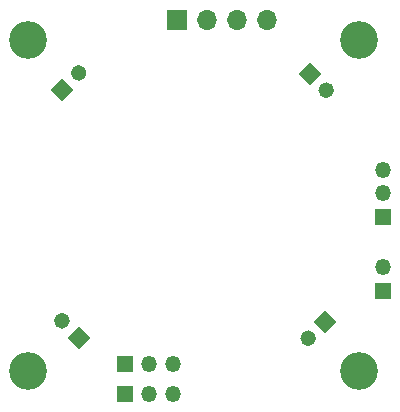
<source format=gbr>
%TF.GenerationSoftware,KiCad,Pcbnew,(5.1.7)-1*%
%TF.CreationDate,2020-10-30T21:16:44-07:00*%
%TF.ProjectId,Drone,44726f6e-652e-46b6-9963-61645f706362,rev?*%
%TF.SameCoordinates,Original*%
%TF.FileFunction,Soldermask,Bot*%
%TF.FilePolarity,Negative*%
%FSLAX46Y46*%
G04 Gerber Fmt 4.6, Leading zero omitted, Abs format (unit mm)*
G04 Created by KiCad (PCBNEW (5.1.7)-1) date 2020-10-30 21:16:44*
%MOMM*%
%LPD*%
G01*
G04 APERTURE LIST*
%ADD10O,1.700000X1.700000*%
%ADD11R,1.700000X1.700000*%
%ADD12O,1.350000X1.350000*%
%ADD13R,1.350000X1.350000*%
%ADD14C,0.100000*%
%ADD15C,3.200000*%
G04 APERTURE END LIST*
D10*
%TO.C,J1*%
X87640000Y-60800000D03*
D11*
X85100000Y-60800000D03*
D10*
X90180000Y-60800000D03*
X92720000Y-60800000D03*
%TD*%
D12*
%TO.C,J5*%
X102500000Y-81750000D03*
D13*
X102500000Y-83750000D03*
%TD*%
D12*
%TO.C,J2*%
X102500000Y-75500000D03*
D13*
X102500000Y-77500000D03*
D12*
X102500000Y-73500000D03*
%TD*%
%TO.C,J4*%
X82700000Y-92500000D03*
D13*
X80700000Y-92500000D03*
D12*
X84700000Y-92500000D03*
%TD*%
%TO.C,J3*%
X82700000Y-89900000D03*
D13*
X80700000Y-89900000D03*
D12*
X84700000Y-89900000D03*
%TD*%
%TO.C,S4*%
G36*
G01*
X75813083Y-85808489D02*
X75813083Y-85808489D01*
G75*
G02*
X75813083Y-86763083I-477297J-477297D01*
G01*
X75813083Y-86763083D01*
G75*
G02*
X74858489Y-86763083I-477297J477297D01*
G01*
X74858489Y-86763083D01*
G75*
G02*
X74858489Y-85808489I477297J477297D01*
G01*
X74858489Y-85808489D01*
G75*
G02*
X75813083Y-85808489I477297J-477297D01*
G01*
G37*
D14*
G36*
X76750000Y-86745406D02*
G01*
X77704594Y-87700000D01*
X76750000Y-88654594D01*
X75795406Y-87700000D01*
X76750000Y-86745406D01*
G37*
%TD*%
%TO.C,S3*%
G36*
G01*
X77227297Y-65777297D02*
X77227297Y-65777297D01*
G75*
G02*
X76272703Y-65777297I-477297J477297D01*
G01*
X76272703Y-65777297D01*
G75*
G02*
X76272703Y-64822703I477297J477297D01*
G01*
X76272703Y-64822703D01*
G75*
G02*
X77227297Y-64822703I477297J-477297D01*
G01*
X77227297Y-64822703D01*
G75*
G02*
X77227297Y-65777297I-477297J-477297D01*
G01*
G37*
G36*
X76290380Y-66714214D02*
G01*
X75335786Y-67668808D01*
X74381192Y-66714214D01*
X75335786Y-65759620D01*
X76290380Y-66714214D01*
G37*
%TD*%
%TO.C,S2*%
G36*
G01*
X97236917Y-67241511D02*
X97236917Y-67241511D01*
G75*
G02*
X97236917Y-66286917I477297J477297D01*
G01*
X97236917Y-66286917D01*
G75*
G02*
X98191511Y-66286917I477297J-477297D01*
G01*
X98191511Y-66286917D01*
G75*
G02*
X98191511Y-67241511I-477297J-477297D01*
G01*
X98191511Y-67241511D01*
G75*
G02*
X97236917Y-67241511I-477297J477297D01*
G01*
G37*
G36*
X96300000Y-66304594D02*
G01*
X95345406Y-65350000D01*
X96300000Y-64395406D01*
X97254594Y-65350000D01*
X96300000Y-66304594D01*
G37*
%TD*%
%TO.C,S1*%
G36*
G01*
X95708489Y-87286917D02*
X95708489Y-87286917D01*
G75*
G02*
X96663083Y-87286917I477297J-477297D01*
G01*
X96663083Y-87286917D01*
G75*
G02*
X96663083Y-88241511I-477297J-477297D01*
G01*
X96663083Y-88241511D01*
G75*
G02*
X95708489Y-88241511I-477297J477297D01*
G01*
X95708489Y-88241511D01*
G75*
G02*
X95708489Y-87286917I477297J477297D01*
G01*
G37*
G36*
X96645406Y-86350000D02*
G01*
X97600000Y-85395406D01*
X98554594Y-86350000D01*
X97600000Y-87304594D01*
X96645406Y-86350000D01*
G37*
%TD*%
D15*
%TO.C,H5*%
X72500000Y-62500000D03*
%TD*%
%TO.C,H3*%
X100500000Y-90500000D03*
%TD*%
%TO.C,H4*%
X100500000Y-62500000D03*
%TD*%
%TO.C,H6*%
X72500000Y-90500000D03*
%TD*%
M02*

</source>
